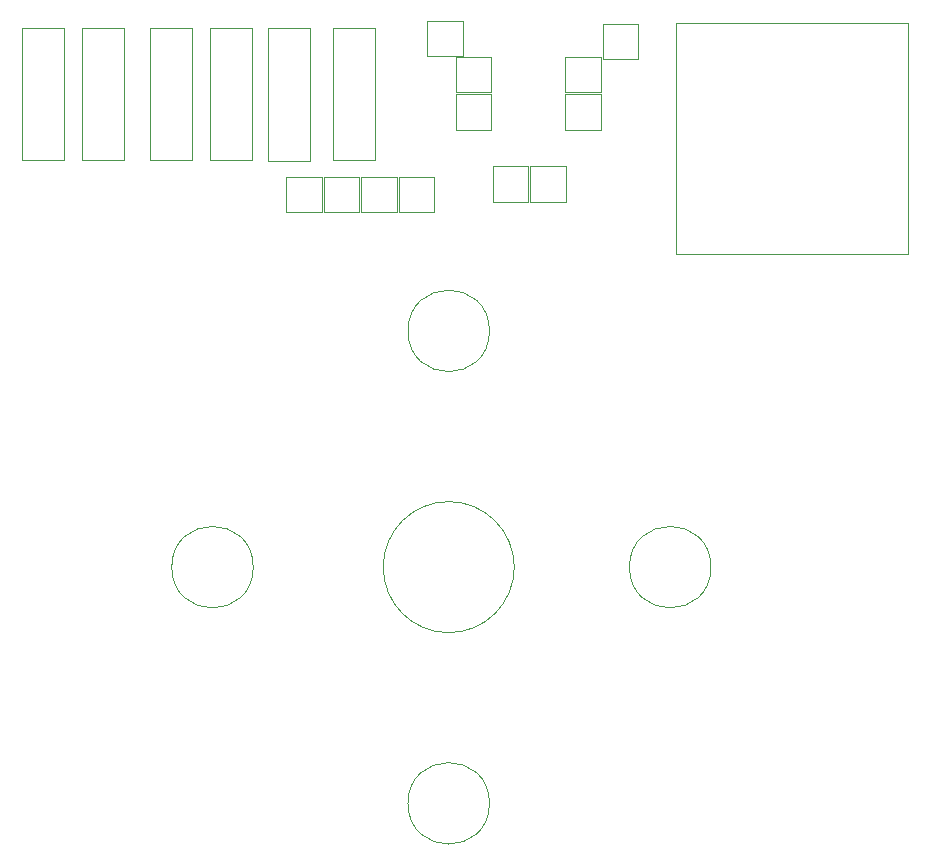
<source format=gbr>
%TF.GenerationSoftware,KiCad,Pcbnew,(5.1.9)-1*%
%TF.CreationDate,2021-04-12T23:12:51+02:00*%
%TF.ProjectId,Version1Female,56657273-696f-46e3-9146-656d616c652e,rev?*%
%TF.SameCoordinates,Original*%
%TF.FileFunction,Other,User*%
%FSLAX46Y46*%
G04 Gerber Fmt 4.6, Leading zero omitted, Abs format (unit mm)*
G04 Created by KiCad (PCBNEW (5.1.9)-1) date 2021-04-12 23:12:51*
%MOMM*%
%LPD*%
G01*
G04 APERTURE LIST*
%ADD10C,0.050000*%
G04 APERTURE END LIST*
D10*
%TO.C,J5*%
X128025000Y-45895000D02*
X128025000Y-57095000D01*
X124475000Y-45895000D02*
X128025000Y-45895000D01*
X124475000Y-57095000D02*
X124475000Y-45895000D01*
X128025000Y-57095000D02*
X124475000Y-57095000D01*
%TO.C,J13*%
X123085000Y-45845000D02*
X123085000Y-57045000D01*
X119535000Y-45845000D02*
X123085000Y-45845000D01*
X119535000Y-57045000D02*
X119535000Y-45845000D01*
X123085000Y-57045000D02*
X119535000Y-57045000D01*
%TO.C,J11*%
X118005000Y-45845000D02*
X118005000Y-57045000D01*
X114455000Y-45845000D02*
X118005000Y-45845000D01*
X114455000Y-57045000D02*
X114455000Y-45845000D01*
X118005000Y-57045000D02*
X114455000Y-57045000D01*
%TO.C,J16*%
X133490000Y-45845000D02*
X133490000Y-57045000D01*
X129940000Y-45845000D02*
X133490000Y-45845000D01*
X129940000Y-57045000D02*
X129940000Y-45845000D01*
X133490000Y-57045000D02*
X129940000Y-57045000D01*
%TO.C,J8*%
X107210000Y-45845000D02*
X107210000Y-57045000D01*
X103660000Y-45845000D02*
X107210000Y-45845000D01*
X103660000Y-57045000D02*
X103660000Y-45845000D01*
X107210000Y-57045000D02*
X103660000Y-57045000D01*
%TO.C,J10*%
X112290000Y-45845000D02*
X112290000Y-57045000D01*
X108740000Y-45845000D02*
X112290000Y-45845000D01*
X108740000Y-57045000D02*
X108740000Y-45845000D01*
X112290000Y-57045000D02*
X108740000Y-57045000D01*
%TO.C,TP44*%
X135533000Y-58444000D02*
X138533000Y-58444000D01*
X135533000Y-58444000D02*
X135533000Y-61444000D01*
X138533000Y-61444000D02*
X138533000Y-58444000D01*
X138533000Y-61444000D02*
X135533000Y-61444000D01*
%TO.C,REF\u002A\u002A*%
X143200000Y-71500000D02*
G75*
G03*
X143200000Y-71500000I-3450000J0D01*
G01*
X123200000Y-91500000D02*
G75*
G03*
X123200000Y-91500000I-3450000J0D01*
G01*
X143200000Y-111500000D02*
G75*
G03*
X143200000Y-111500000I-3450000J0D01*
G01*
X161950000Y-91500000D02*
G75*
G03*
X161950000Y-91500000I-3450000J0D01*
G01*
%TO.C,J49*%
X159010000Y-45470000D02*
X178660000Y-45470000D01*
X159010000Y-65020000D02*
X159010000Y-45470000D01*
X178660000Y-65020000D02*
X159010000Y-65020000D01*
X178660000Y-45470000D02*
X178660000Y-65020000D01*
%TO.C,REF\u002A\u002A*%
X145300000Y-91500000D02*
G75*
G03*
X145300000Y-91500000I-5550000J0D01*
G01*
%TO.C,TP55*%
X137946000Y-48236000D02*
X137946000Y-45236000D01*
X137946000Y-48236000D02*
X140946000Y-48236000D01*
X140946000Y-45236000D02*
X137946000Y-45236000D01*
X140946000Y-45236000D02*
X140946000Y-48236000D01*
%TO.C,TP54*%
X143492757Y-60570483D02*
X143492757Y-57570483D01*
X143492757Y-60570483D02*
X146492757Y-60570483D01*
X146492757Y-57570483D02*
X143492757Y-57570483D01*
X146492757Y-57570483D02*
X146492757Y-60570483D01*
%TO.C,TP53*%
X146667757Y-60570483D02*
X146667757Y-57570483D01*
X146667757Y-60570483D02*
X149667757Y-60570483D01*
X149667757Y-57570483D02*
X146667757Y-57570483D01*
X149667757Y-57570483D02*
X149667757Y-60570483D01*
%TO.C,TP52*%
X140359000Y-51284000D02*
X140359000Y-48284000D01*
X140359000Y-51284000D02*
X143359000Y-51284000D01*
X143359000Y-48284000D02*
X140359000Y-48284000D01*
X143359000Y-48284000D02*
X143359000Y-51284000D01*
%TO.C,TP51*%
X140359000Y-54459000D02*
X140359000Y-51459000D01*
X140359000Y-54459000D02*
X143359000Y-54459000D01*
X143359000Y-51459000D02*
X140359000Y-51459000D01*
X143359000Y-51459000D02*
X143359000Y-54459000D01*
%TO.C,TP50*%
X152630000Y-51459000D02*
X152630000Y-54459000D01*
X152630000Y-51459000D02*
X149630000Y-51459000D01*
X149630000Y-54459000D02*
X152630000Y-54459000D01*
X149630000Y-54459000D02*
X149630000Y-51459000D01*
%TO.C,TP49*%
X152630000Y-48284000D02*
X152630000Y-51284000D01*
X152630000Y-48284000D02*
X149630000Y-48284000D01*
X149630000Y-51284000D02*
X152630000Y-51284000D01*
X149630000Y-51284000D02*
X149630000Y-48284000D01*
%TO.C,TP48*%
X152805000Y-48490000D02*
X152805000Y-45490000D01*
X152805000Y-48490000D02*
X155805000Y-48490000D01*
X155805000Y-45490000D02*
X152805000Y-45490000D01*
X155805000Y-45490000D02*
X155805000Y-48490000D01*
%TO.C,TP47*%
X129008000Y-61444000D02*
X126008000Y-61444000D01*
X129008000Y-61444000D02*
X129008000Y-58444000D01*
X126008000Y-58444000D02*
X126008000Y-61444000D01*
X126008000Y-58444000D02*
X129008000Y-58444000D01*
%TO.C,TP46*%
X132183000Y-61444000D02*
X129183000Y-61444000D01*
X132183000Y-61444000D02*
X132183000Y-58444000D01*
X129183000Y-58444000D02*
X129183000Y-61444000D01*
X129183000Y-58444000D02*
X132183000Y-58444000D01*
%TO.C,TP45*%
X132358000Y-58444000D02*
X135358000Y-58444000D01*
X132358000Y-58444000D02*
X132358000Y-61444000D01*
X135358000Y-61444000D02*
X135358000Y-58444000D01*
X135358000Y-61444000D02*
X132358000Y-61444000D01*
%TD*%
M02*

</source>
